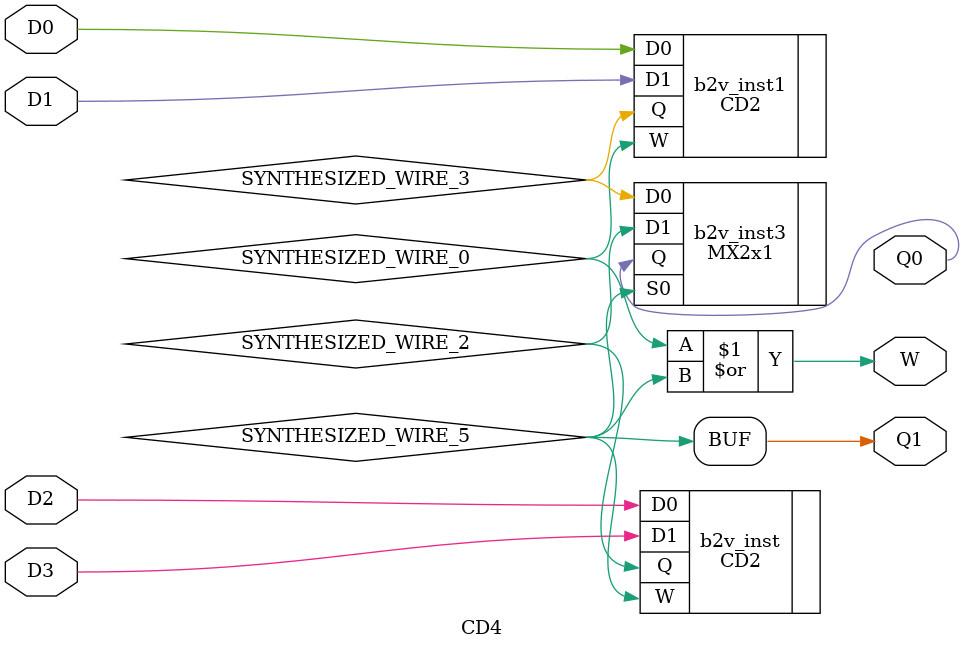
<source format=v>


module CD4(
	D3,
	D2,
	D1,
	D0,
	Q0,
	Q1,
	W
);


input wire	D3;
input wire	D2;
input wire	D1;
input wire	D0;
output wire	Q0;
output wire	Q1;
output wire	W;

wire	SYNTHESIZED_WIRE_0;
wire	SYNTHESIZED_WIRE_5;
wire	[0:0] SYNTHESIZED_WIRE_2;
wire	[0:0] SYNTHESIZED_WIRE_3;

assign	Q1 = SYNTHESIZED_WIRE_5;




CD2	b2v_inst(
	.D1(D3),
	.D0(D2),
	.W(SYNTHESIZED_WIRE_5),
	.Q(SYNTHESIZED_WIRE_2));


CD2	b2v_inst1(
	.D1(D1),
	.D0(D0),
	.W(SYNTHESIZED_WIRE_0),
	.Q(SYNTHESIZED_WIRE_3));

assign	W = SYNTHESIZED_WIRE_0 | SYNTHESIZED_WIRE_5;


MX2x1	b2v_inst3(
	.D1(SYNTHESIZED_WIRE_2),
	.D0(SYNTHESIZED_WIRE_3),
	.S0(SYNTHESIZED_WIRE_5),
	.Q(Q0));


endmodule

</source>
